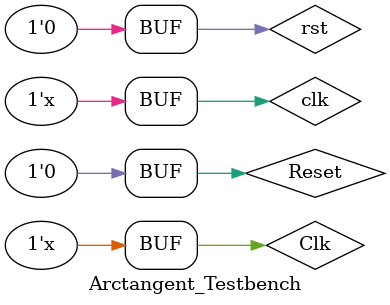
<source format=v>
`timescale 1ns / 1ps

module Arctangent_Testbench;

	// Inputs
	reg Clk;
	reg Reset;
	reg signed [11:0] X;
	reg signed [11:0] Y;

	// Outputs
	wire [16:0] Theta;

	// Instantiate the Unit Under Test (UUT)
	Arctangent uut (
		.Clk(Clk), 
		.Reset(Reset), 
		.X(X), 
		.Y(Y), 
		.Theta(Theta)
	);
	
	reg signed [12-1:0] X_array [9:0];
	reg signed [12-1:0] Y_array [9:0];
	initial begin
		X_array[0] = 12'd952;
		X_array[1] = 12'd548;
		X_array[2] = -12'd65;
		X_array[3] = -12'd653;
		X_array[4] = -12'd992;
		X_array[5] = -12'd953;
		X_array[6] = -12'd549;
		X_array[7] = 12'd64;
		X_array[8] = 12'd652;
		X_array[9] = 12'd991;
		
		Y_array[0] = 12'd376;
		Y_array[1] = 12'd864;
		Y_array[2] = 12'd1021;
		Y_array[3] = 12'd789;
		Y_array[4] = 12'd254;
		Y_array[5] = -12'd377;
		Y_array[6] = -12'd865;
		Y_array[7] = -12'd1022;
		Y_array[8] = -12'd790;
		Y_array[9] = -12'd255;
	end
	
	reg clk, rst;
	reg [4-1:0] count;
	always #50 clk = ~clk;
	always @(posedge clk or posedge rst) begin
		if (rst) begin
			count <= 0;
			X <= 0;
			Y <= 0;
		end
		else begin
			#6.5;
			X <= X_array[count];
			Y <= Y_array[count];
			count <= count + 1'b1;
		end
	end
	
	always #12.5 Clk = ~Clk; // 40MHz
	initial begin
		// Initialize Inputs
		Clk = 1; Reset = 1;
		clk = 1; rst = 1;
		
		#100; rst = 0;
		#6.5; Reset = 0;
	end
      
endmodule

</source>
